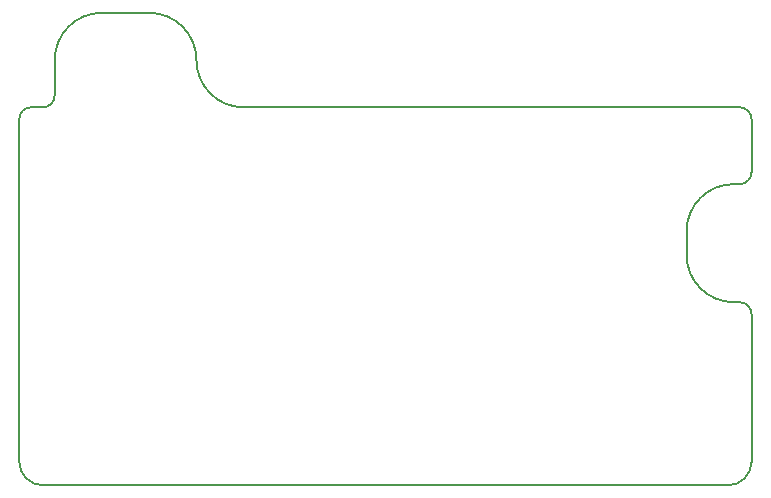
<source format=gko>
G04 #@! TF.FileFunction,Profile,NP*
%FSLAX46Y46*%
G04 Gerber Fmt 4.6, Leading zero omitted, Abs format (unit mm)*
G04 Created by KiCad (PCBNEW 4.0.7) date 07/26/19 16:42:22*
%MOMM*%
%LPD*%
G01*
G04 APERTURE LIST*
%ADD10C,0.100000*%
%ADD11C,0.150000*%
G04 APERTURE END LIST*
D10*
D11*
X36998000Y-115365000D02*
X36998000Y-86365000D01*
X49998000Y-117365000D02*
X38998000Y-117365000D01*
X98998000Y-103365000D02*
X98998000Y-102865000D01*
X98998000Y-115365000D02*
X98998000Y-103365000D01*
X96998000Y-117365000D02*
X49998000Y-117365000D01*
X97498000Y-101865000D02*
X97998000Y-101865000D01*
X98998000Y-90865000D02*
X98998000Y-86365000D01*
X97498000Y-91865000D02*
X97998000Y-91865000D01*
X93498000Y-97865000D02*
X93498000Y-95865000D01*
X98998000Y-102865000D02*
G75*
G03X97998000Y-101865000I-1000000J0D01*
G01*
X98998000Y-86365000D02*
G75*
G03X97998000Y-85365000I-1000000J0D01*
G01*
X97998000Y-91865000D02*
G75*
G03X98998000Y-90865000I0J1000000D01*
G01*
X97998000Y-85365000D02*
X55998000Y-85365000D01*
X37998000Y-85365000D02*
X38998000Y-85365000D01*
X39998000Y-81365000D02*
X39998000Y-84365000D01*
X43998000Y-77365000D02*
X47998000Y-77365000D01*
X51998000Y-81365000D02*
G75*
G03X55998000Y-85365000I4000000J0D01*
G01*
X51998000Y-81365000D02*
G75*
G03X47998000Y-77365000I-4000000J0D01*
G01*
X43998000Y-77365000D02*
G75*
G03X39998000Y-81365000I0J-4000000D01*
G01*
X38998000Y-85365000D02*
G75*
G03X39998000Y-84365000I0J1000000D01*
G01*
X97498000Y-91865000D02*
G75*
G03X93498000Y-95865000I0J-4000000D01*
G01*
X93498000Y-97865000D02*
G75*
G03X97498000Y-101865000I4000000J0D01*
G01*
X37998000Y-85365000D02*
G75*
G03X36998000Y-86365000I0J-1000000D01*
G01*
X96998000Y-117365000D02*
G75*
G03X98998000Y-115365000I0J2000000D01*
G01*
X36998000Y-115365000D02*
G75*
G03X38998000Y-117365000I2000000J0D01*
G01*
M02*

</source>
